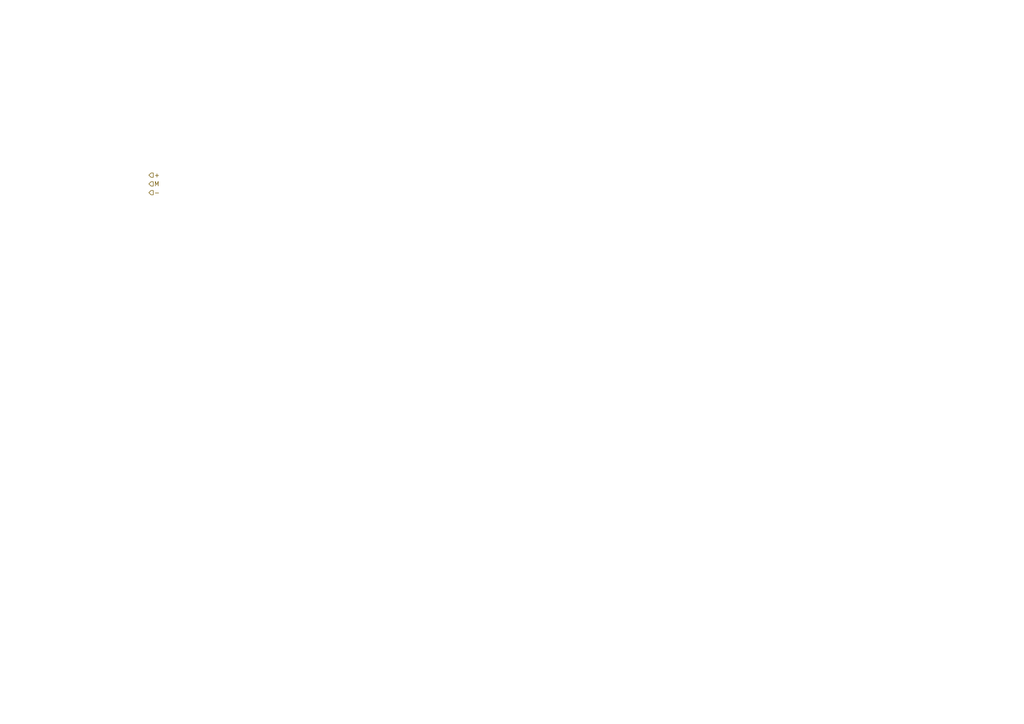
<source format=kicad_sch>
(kicad_sch (version 20211123) (generator eeschema)
  (paper "A4")
  (lib_symbols)
  (hierarchical_label "M" (shape input) (at 43.18 53.34 0))
  (hierarchical_label "+" (shape input) (at 43.18 50.8 0))
  (hierarchical_label "-" (shape input) (at 43.18 55.88 0))
)
</source>
